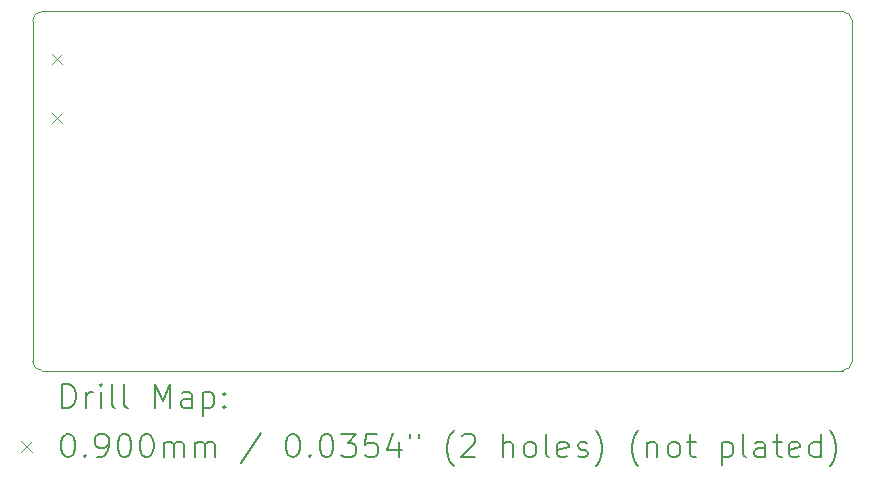
<source format=gbr>
%TF.GenerationSoftware,KiCad,Pcbnew,(6.0.10)*%
%TF.CreationDate,2023-01-18T01:33:54+01:00*%
%TF.ProjectId,hwpuzzle,68777075-7a7a-46c6-952e-6b696361645f,0.1*%
%TF.SameCoordinates,Original*%
%TF.FileFunction,Drillmap*%
%TF.FilePolarity,Positive*%
%FSLAX45Y45*%
G04 Gerber Fmt 4.5, Leading zero omitted, Abs format (unit mm)*
G04 Created by KiCad (PCBNEW (6.0.10)) date 2023-01-18 01:33:54*
%MOMM*%
%LPD*%
G01*
G04 APERTURE LIST*
%ADD10C,0.100000*%
%ADD11C,0.200000*%
%ADD12C,0.090000*%
G04 APERTURE END LIST*
D10*
X10000000Y-6840000D02*
X16780000Y-6840000D01*
X9920000Y-9800000D02*
X9920000Y-6920000D01*
X16780000Y-9880000D02*
X10000000Y-9880000D01*
X16860000Y-6920000D02*
X16860000Y-9800000D01*
X16860000Y-6920000D02*
G75*
G03*
X16780000Y-6840000I-80000J0D01*
G01*
X16780000Y-9880000D02*
G75*
G03*
X16860000Y-9800000I0J80000D01*
G01*
X9920000Y-9800000D02*
G75*
G03*
X10000000Y-9880000I80000J0D01*
G01*
X10000000Y-6840000D02*
G75*
G03*
X9920000Y-6920000I0J-80000D01*
G01*
D11*
D12*
X10082000Y-7198000D02*
X10172000Y-7288000D01*
X10172000Y-7198000D02*
X10082000Y-7288000D01*
X10082000Y-7698000D02*
X10172000Y-7788000D01*
X10172000Y-7698000D02*
X10082000Y-7788000D01*
D11*
X10172619Y-10195476D02*
X10172619Y-9995476D01*
X10220238Y-9995476D01*
X10248810Y-10005000D01*
X10267857Y-10024048D01*
X10277381Y-10043095D01*
X10286905Y-10081190D01*
X10286905Y-10109762D01*
X10277381Y-10147857D01*
X10267857Y-10166905D01*
X10248810Y-10185952D01*
X10220238Y-10195476D01*
X10172619Y-10195476D01*
X10372619Y-10195476D02*
X10372619Y-10062143D01*
X10372619Y-10100238D02*
X10382143Y-10081190D01*
X10391667Y-10071667D01*
X10410714Y-10062143D01*
X10429762Y-10062143D01*
X10496429Y-10195476D02*
X10496429Y-10062143D01*
X10496429Y-9995476D02*
X10486905Y-10005000D01*
X10496429Y-10014524D01*
X10505952Y-10005000D01*
X10496429Y-9995476D01*
X10496429Y-10014524D01*
X10620238Y-10195476D02*
X10601190Y-10185952D01*
X10591667Y-10166905D01*
X10591667Y-9995476D01*
X10725000Y-10195476D02*
X10705952Y-10185952D01*
X10696429Y-10166905D01*
X10696429Y-9995476D01*
X10953571Y-10195476D02*
X10953571Y-9995476D01*
X11020238Y-10138333D01*
X11086905Y-9995476D01*
X11086905Y-10195476D01*
X11267857Y-10195476D02*
X11267857Y-10090714D01*
X11258333Y-10071667D01*
X11239286Y-10062143D01*
X11201190Y-10062143D01*
X11182143Y-10071667D01*
X11267857Y-10185952D02*
X11248809Y-10195476D01*
X11201190Y-10195476D01*
X11182143Y-10185952D01*
X11172619Y-10166905D01*
X11172619Y-10147857D01*
X11182143Y-10128810D01*
X11201190Y-10119286D01*
X11248809Y-10119286D01*
X11267857Y-10109762D01*
X11363095Y-10062143D02*
X11363095Y-10262143D01*
X11363095Y-10071667D02*
X11382143Y-10062143D01*
X11420238Y-10062143D01*
X11439286Y-10071667D01*
X11448809Y-10081190D01*
X11458333Y-10100238D01*
X11458333Y-10157381D01*
X11448809Y-10176429D01*
X11439286Y-10185952D01*
X11420238Y-10195476D01*
X11382143Y-10195476D01*
X11363095Y-10185952D01*
X11544048Y-10176429D02*
X11553571Y-10185952D01*
X11544048Y-10195476D01*
X11534524Y-10185952D01*
X11544048Y-10176429D01*
X11544048Y-10195476D01*
X11544048Y-10071667D02*
X11553571Y-10081190D01*
X11544048Y-10090714D01*
X11534524Y-10081190D01*
X11544048Y-10071667D01*
X11544048Y-10090714D01*
D12*
X9825000Y-10480000D02*
X9915000Y-10570000D01*
X9915000Y-10480000D02*
X9825000Y-10570000D01*
D11*
X10210714Y-10415476D02*
X10229762Y-10415476D01*
X10248810Y-10425000D01*
X10258333Y-10434524D01*
X10267857Y-10453571D01*
X10277381Y-10491667D01*
X10277381Y-10539286D01*
X10267857Y-10577381D01*
X10258333Y-10596429D01*
X10248810Y-10605952D01*
X10229762Y-10615476D01*
X10210714Y-10615476D01*
X10191667Y-10605952D01*
X10182143Y-10596429D01*
X10172619Y-10577381D01*
X10163095Y-10539286D01*
X10163095Y-10491667D01*
X10172619Y-10453571D01*
X10182143Y-10434524D01*
X10191667Y-10425000D01*
X10210714Y-10415476D01*
X10363095Y-10596429D02*
X10372619Y-10605952D01*
X10363095Y-10615476D01*
X10353571Y-10605952D01*
X10363095Y-10596429D01*
X10363095Y-10615476D01*
X10467857Y-10615476D02*
X10505952Y-10615476D01*
X10525000Y-10605952D01*
X10534524Y-10596429D01*
X10553571Y-10567857D01*
X10563095Y-10529762D01*
X10563095Y-10453571D01*
X10553571Y-10434524D01*
X10544048Y-10425000D01*
X10525000Y-10415476D01*
X10486905Y-10415476D01*
X10467857Y-10425000D01*
X10458333Y-10434524D01*
X10448810Y-10453571D01*
X10448810Y-10501190D01*
X10458333Y-10520238D01*
X10467857Y-10529762D01*
X10486905Y-10539286D01*
X10525000Y-10539286D01*
X10544048Y-10529762D01*
X10553571Y-10520238D01*
X10563095Y-10501190D01*
X10686905Y-10415476D02*
X10705952Y-10415476D01*
X10725000Y-10425000D01*
X10734524Y-10434524D01*
X10744048Y-10453571D01*
X10753571Y-10491667D01*
X10753571Y-10539286D01*
X10744048Y-10577381D01*
X10734524Y-10596429D01*
X10725000Y-10605952D01*
X10705952Y-10615476D01*
X10686905Y-10615476D01*
X10667857Y-10605952D01*
X10658333Y-10596429D01*
X10648810Y-10577381D01*
X10639286Y-10539286D01*
X10639286Y-10491667D01*
X10648810Y-10453571D01*
X10658333Y-10434524D01*
X10667857Y-10425000D01*
X10686905Y-10415476D01*
X10877381Y-10415476D02*
X10896429Y-10415476D01*
X10915476Y-10425000D01*
X10925000Y-10434524D01*
X10934524Y-10453571D01*
X10944048Y-10491667D01*
X10944048Y-10539286D01*
X10934524Y-10577381D01*
X10925000Y-10596429D01*
X10915476Y-10605952D01*
X10896429Y-10615476D01*
X10877381Y-10615476D01*
X10858333Y-10605952D01*
X10848810Y-10596429D01*
X10839286Y-10577381D01*
X10829762Y-10539286D01*
X10829762Y-10491667D01*
X10839286Y-10453571D01*
X10848810Y-10434524D01*
X10858333Y-10425000D01*
X10877381Y-10415476D01*
X11029762Y-10615476D02*
X11029762Y-10482143D01*
X11029762Y-10501190D02*
X11039286Y-10491667D01*
X11058333Y-10482143D01*
X11086905Y-10482143D01*
X11105952Y-10491667D01*
X11115476Y-10510714D01*
X11115476Y-10615476D01*
X11115476Y-10510714D02*
X11125000Y-10491667D01*
X11144048Y-10482143D01*
X11172619Y-10482143D01*
X11191667Y-10491667D01*
X11201190Y-10510714D01*
X11201190Y-10615476D01*
X11296428Y-10615476D02*
X11296428Y-10482143D01*
X11296428Y-10501190D02*
X11305952Y-10491667D01*
X11325000Y-10482143D01*
X11353571Y-10482143D01*
X11372619Y-10491667D01*
X11382143Y-10510714D01*
X11382143Y-10615476D01*
X11382143Y-10510714D02*
X11391667Y-10491667D01*
X11410714Y-10482143D01*
X11439286Y-10482143D01*
X11458333Y-10491667D01*
X11467857Y-10510714D01*
X11467857Y-10615476D01*
X11858333Y-10405952D02*
X11686905Y-10663095D01*
X12115476Y-10415476D02*
X12134524Y-10415476D01*
X12153571Y-10425000D01*
X12163095Y-10434524D01*
X12172619Y-10453571D01*
X12182143Y-10491667D01*
X12182143Y-10539286D01*
X12172619Y-10577381D01*
X12163095Y-10596429D01*
X12153571Y-10605952D01*
X12134524Y-10615476D01*
X12115476Y-10615476D01*
X12096428Y-10605952D01*
X12086905Y-10596429D01*
X12077381Y-10577381D01*
X12067857Y-10539286D01*
X12067857Y-10491667D01*
X12077381Y-10453571D01*
X12086905Y-10434524D01*
X12096428Y-10425000D01*
X12115476Y-10415476D01*
X12267857Y-10596429D02*
X12277381Y-10605952D01*
X12267857Y-10615476D01*
X12258333Y-10605952D01*
X12267857Y-10596429D01*
X12267857Y-10615476D01*
X12401190Y-10415476D02*
X12420238Y-10415476D01*
X12439286Y-10425000D01*
X12448809Y-10434524D01*
X12458333Y-10453571D01*
X12467857Y-10491667D01*
X12467857Y-10539286D01*
X12458333Y-10577381D01*
X12448809Y-10596429D01*
X12439286Y-10605952D01*
X12420238Y-10615476D01*
X12401190Y-10615476D01*
X12382143Y-10605952D01*
X12372619Y-10596429D01*
X12363095Y-10577381D01*
X12353571Y-10539286D01*
X12353571Y-10491667D01*
X12363095Y-10453571D01*
X12372619Y-10434524D01*
X12382143Y-10425000D01*
X12401190Y-10415476D01*
X12534524Y-10415476D02*
X12658333Y-10415476D01*
X12591667Y-10491667D01*
X12620238Y-10491667D01*
X12639286Y-10501190D01*
X12648809Y-10510714D01*
X12658333Y-10529762D01*
X12658333Y-10577381D01*
X12648809Y-10596429D01*
X12639286Y-10605952D01*
X12620238Y-10615476D01*
X12563095Y-10615476D01*
X12544048Y-10605952D01*
X12534524Y-10596429D01*
X12839286Y-10415476D02*
X12744048Y-10415476D01*
X12734524Y-10510714D01*
X12744048Y-10501190D01*
X12763095Y-10491667D01*
X12810714Y-10491667D01*
X12829762Y-10501190D01*
X12839286Y-10510714D01*
X12848809Y-10529762D01*
X12848809Y-10577381D01*
X12839286Y-10596429D01*
X12829762Y-10605952D01*
X12810714Y-10615476D01*
X12763095Y-10615476D01*
X12744048Y-10605952D01*
X12734524Y-10596429D01*
X13020238Y-10482143D02*
X13020238Y-10615476D01*
X12972619Y-10405952D02*
X12925000Y-10548810D01*
X13048809Y-10548810D01*
X13115476Y-10415476D02*
X13115476Y-10453571D01*
X13191667Y-10415476D02*
X13191667Y-10453571D01*
X13486905Y-10691667D02*
X13477381Y-10682143D01*
X13458333Y-10653571D01*
X13448809Y-10634524D01*
X13439286Y-10605952D01*
X13429762Y-10558333D01*
X13429762Y-10520238D01*
X13439286Y-10472619D01*
X13448809Y-10444048D01*
X13458333Y-10425000D01*
X13477381Y-10396429D01*
X13486905Y-10386905D01*
X13553571Y-10434524D02*
X13563095Y-10425000D01*
X13582143Y-10415476D01*
X13629762Y-10415476D01*
X13648809Y-10425000D01*
X13658333Y-10434524D01*
X13667857Y-10453571D01*
X13667857Y-10472619D01*
X13658333Y-10501190D01*
X13544048Y-10615476D01*
X13667857Y-10615476D01*
X13905952Y-10615476D02*
X13905952Y-10415476D01*
X13991667Y-10615476D02*
X13991667Y-10510714D01*
X13982143Y-10491667D01*
X13963095Y-10482143D01*
X13934524Y-10482143D01*
X13915476Y-10491667D01*
X13905952Y-10501190D01*
X14115476Y-10615476D02*
X14096428Y-10605952D01*
X14086905Y-10596429D01*
X14077381Y-10577381D01*
X14077381Y-10520238D01*
X14086905Y-10501190D01*
X14096428Y-10491667D01*
X14115476Y-10482143D01*
X14144048Y-10482143D01*
X14163095Y-10491667D01*
X14172619Y-10501190D01*
X14182143Y-10520238D01*
X14182143Y-10577381D01*
X14172619Y-10596429D01*
X14163095Y-10605952D01*
X14144048Y-10615476D01*
X14115476Y-10615476D01*
X14296428Y-10615476D02*
X14277381Y-10605952D01*
X14267857Y-10586905D01*
X14267857Y-10415476D01*
X14448809Y-10605952D02*
X14429762Y-10615476D01*
X14391667Y-10615476D01*
X14372619Y-10605952D01*
X14363095Y-10586905D01*
X14363095Y-10510714D01*
X14372619Y-10491667D01*
X14391667Y-10482143D01*
X14429762Y-10482143D01*
X14448809Y-10491667D01*
X14458333Y-10510714D01*
X14458333Y-10529762D01*
X14363095Y-10548810D01*
X14534524Y-10605952D02*
X14553571Y-10615476D01*
X14591667Y-10615476D01*
X14610714Y-10605952D01*
X14620238Y-10586905D01*
X14620238Y-10577381D01*
X14610714Y-10558333D01*
X14591667Y-10548810D01*
X14563095Y-10548810D01*
X14544048Y-10539286D01*
X14534524Y-10520238D01*
X14534524Y-10510714D01*
X14544048Y-10491667D01*
X14563095Y-10482143D01*
X14591667Y-10482143D01*
X14610714Y-10491667D01*
X14686905Y-10691667D02*
X14696428Y-10682143D01*
X14715476Y-10653571D01*
X14725000Y-10634524D01*
X14734524Y-10605952D01*
X14744048Y-10558333D01*
X14744048Y-10520238D01*
X14734524Y-10472619D01*
X14725000Y-10444048D01*
X14715476Y-10425000D01*
X14696428Y-10396429D01*
X14686905Y-10386905D01*
X15048809Y-10691667D02*
X15039286Y-10682143D01*
X15020238Y-10653571D01*
X15010714Y-10634524D01*
X15001190Y-10605952D01*
X14991667Y-10558333D01*
X14991667Y-10520238D01*
X15001190Y-10472619D01*
X15010714Y-10444048D01*
X15020238Y-10425000D01*
X15039286Y-10396429D01*
X15048809Y-10386905D01*
X15125000Y-10482143D02*
X15125000Y-10615476D01*
X15125000Y-10501190D02*
X15134524Y-10491667D01*
X15153571Y-10482143D01*
X15182143Y-10482143D01*
X15201190Y-10491667D01*
X15210714Y-10510714D01*
X15210714Y-10615476D01*
X15334524Y-10615476D02*
X15315476Y-10605952D01*
X15305952Y-10596429D01*
X15296428Y-10577381D01*
X15296428Y-10520238D01*
X15305952Y-10501190D01*
X15315476Y-10491667D01*
X15334524Y-10482143D01*
X15363095Y-10482143D01*
X15382143Y-10491667D01*
X15391667Y-10501190D01*
X15401190Y-10520238D01*
X15401190Y-10577381D01*
X15391667Y-10596429D01*
X15382143Y-10605952D01*
X15363095Y-10615476D01*
X15334524Y-10615476D01*
X15458333Y-10482143D02*
X15534524Y-10482143D01*
X15486905Y-10415476D02*
X15486905Y-10586905D01*
X15496428Y-10605952D01*
X15515476Y-10615476D01*
X15534524Y-10615476D01*
X15753571Y-10482143D02*
X15753571Y-10682143D01*
X15753571Y-10491667D02*
X15772619Y-10482143D01*
X15810714Y-10482143D01*
X15829762Y-10491667D01*
X15839286Y-10501190D01*
X15848809Y-10520238D01*
X15848809Y-10577381D01*
X15839286Y-10596429D01*
X15829762Y-10605952D01*
X15810714Y-10615476D01*
X15772619Y-10615476D01*
X15753571Y-10605952D01*
X15963095Y-10615476D02*
X15944048Y-10605952D01*
X15934524Y-10586905D01*
X15934524Y-10415476D01*
X16125000Y-10615476D02*
X16125000Y-10510714D01*
X16115476Y-10491667D01*
X16096428Y-10482143D01*
X16058333Y-10482143D01*
X16039286Y-10491667D01*
X16125000Y-10605952D02*
X16105952Y-10615476D01*
X16058333Y-10615476D01*
X16039286Y-10605952D01*
X16029762Y-10586905D01*
X16029762Y-10567857D01*
X16039286Y-10548810D01*
X16058333Y-10539286D01*
X16105952Y-10539286D01*
X16125000Y-10529762D01*
X16191667Y-10482143D02*
X16267857Y-10482143D01*
X16220238Y-10415476D02*
X16220238Y-10586905D01*
X16229762Y-10605952D01*
X16248809Y-10615476D01*
X16267857Y-10615476D01*
X16410714Y-10605952D02*
X16391667Y-10615476D01*
X16353571Y-10615476D01*
X16334524Y-10605952D01*
X16325000Y-10586905D01*
X16325000Y-10510714D01*
X16334524Y-10491667D01*
X16353571Y-10482143D01*
X16391667Y-10482143D01*
X16410714Y-10491667D01*
X16420238Y-10510714D01*
X16420238Y-10529762D01*
X16325000Y-10548810D01*
X16591667Y-10615476D02*
X16591667Y-10415476D01*
X16591667Y-10605952D02*
X16572619Y-10615476D01*
X16534524Y-10615476D01*
X16515476Y-10605952D01*
X16505952Y-10596429D01*
X16496428Y-10577381D01*
X16496428Y-10520238D01*
X16505952Y-10501190D01*
X16515476Y-10491667D01*
X16534524Y-10482143D01*
X16572619Y-10482143D01*
X16591667Y-10491667D01*
X16667857Y-10691667D02*
X16677381Y-10682143D01*
X16696428Y-10653571D01*
X16705952Y-10634524D01*
X16715476Y-10605952D01*
X16725000Y-10558333D01*
X16725000Y-10520238D01*
X16715476Y-10472619D01*
X16705952Y-10444048D01*
X16696428Y-10425000D01*
X16677381Y-10396429D01*
X16667857Y-10386905D01*
M02*

</source>
